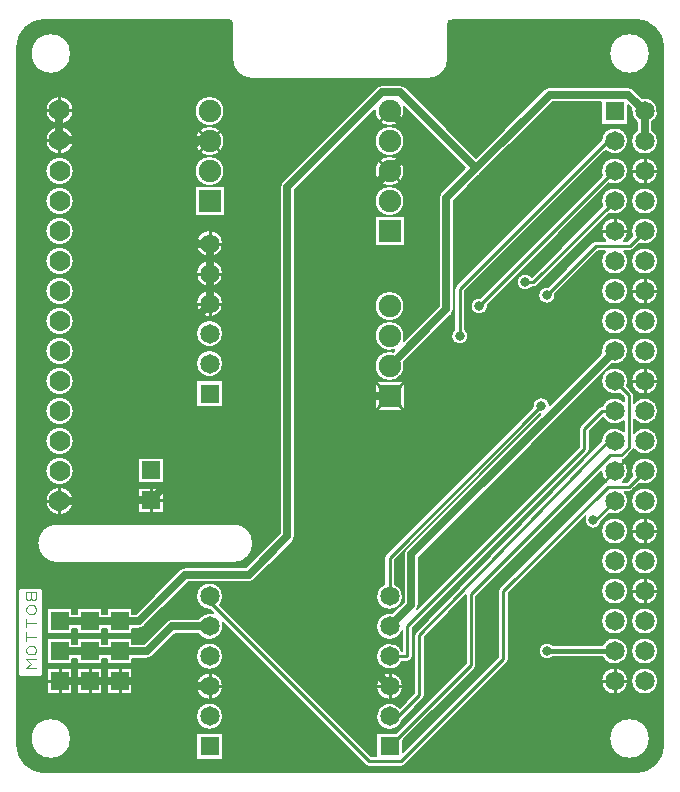
<source format=gbr>
G04 DesignSpark PCB PRO Gerber Version 10.1 Build 5299*
G04 #@! TF.Part,Single*
G04 #@! TF.FileFunction,Copper,L2,Bot*
G04 #@! TF.FilePolarity,Positive*
%FSLAX35Y35*%
%MOIN*%
G04 #@! TA.AperFunction,ComponentPad*
%ADD19R,0.06000X0.06000*%
%ADD14R,0.06496X0.06496*%
%ADD16R,0.07500X0.07500*%
G04 #@! TD.AperFunction*
%ADD13C,0.00450*%
%ADD70C,0.00500*%
%ADD11C,0.01000*%
%ADD71C,0.01500*%
%ADD10C,0.02500*%
G04 #@! TA.AperFunction,ViaPad*
%ADD12C,0.03200*%
G04 #@! TA.AperFunction,ComponentPad*
%ADD15C,0.06496*%
%ADD18C,0.06969*%
%ADD17C,0.07500*%
G04 #@! TD.AperFunction*
X0Y0D02*
D02*
D10*
X25250Y102003D02*
X40522D01*
Y102253D01*
X55772D01*
X25250Y222250D02*
X75025D01*
X75272Y222003D01*
X25250Y232250D02*
Y222250D01*
X25272Y62003D02*
X35272D01*
Y42003D02*
X45272D01*
X35272D02*
X25272D01*
X35272Y52003D02*
X25272D01*
X45272Y42003D02*
X60250D01*
Y40250D01*
X75272D01*
X45272Y52003D02*
X35272D01*
X45272Y62003D02*
X35272D01*
X45272D02*
X51812D01*
X67250Y77441D01*
X88441D01*
X101250Y90250D01*
Y206705D01*
X132728Y238183D01*
X138842D01*
X164022Y213003D01*
X75272Y60250D02*
X62769D01*
X54522Y52003D01*
X45272D01*
X75272Y167830D02*
X67144Y159702D01*
Y113625D01*
X55772Y102253D01*
X75272Y177830D02*
Y167830D01*
Y187830D02*
Y177830D01*
Y222003D02*
X71380D01*
X65250Y215874D01*
Y193959D01*
X71380Y187830D01*
X75272D01*
X129163Y137003D02*
Y118628D01*
X135272Y40250D02*
X129163Y46359D01*
Y118628D01*
X135272Y137003D02*
X129163D01*
X135272Y212003D02*
X129163Y205894D01*
Y137003D01*
X135272Y232003D02*
X141515Y225760D01*
Y218246D01*
X135272Y212003D01*
X164022Y213003D02*
X163470Y212451D01*
Y212346D01*
X188626Y237502D01*
X214773D01*
X220272Y232003D01*
X164022Y213003D02*
X154139Y203120D01*
Y165870D01*
X135272Y147003D01*
X210272Y152003D02*
X142467Y84198D01*
Y67445D01*
X135272Y60250D01*
X220272Y222003D02*
Y232003D01*
D02*
D11*
X22266Y102003D02*
X20266D01*
X22266Y222250D02*
X20266D01*
X22266Y232250D02*
X20266D01*
X22772Y42003D02*
X20772D01*
X25250Y99019D02*
Y97019D01*
Y104987D02*
Y106987D01*
Y219266D02*
Y217266D01*
Y225234D02*
Y227234D01*
Y229266D02*
Y227266D01*
Y235234D02*
Y237234D01*
X25272Y39503D02*
Y37503D01*
Y44503D02*
Y46503D01*
X27772Y42003D02*
X29772D01*
X28234Y102003D02*
X30234D01*
X28234Y222250D02*
X30234D01*
X28234Y232250D02*
X30234D01*
X32772Y42003D02*
X30772D01*
X35272Y39503D02*
Y37503D01*
Y44503D02*
Y46503D01*
X37772Y42003D02*
X39772D01*
X42772D02*
X40772D01*
X45272Y39503D02*
Y37503D01*
Y44503D02*
Y46503D01*
X47772Y42003D02*
X49772D01*
X53272Y102253D02*
X51272D01*
X55772Y99753D02*
Y97753D01*
Y104753D02*
Y106753D01*
X58272Y102253D02*
X60272D01*
X72524Y40250D02*
X70524D01*
X72524Y167830D02*
X70524D01*
X72524Y177830D02*
X70524D01*
X72524Y187830D02*
X70524D01*
X72974Y219705D02*
X71560Y218291D01*
X72974Y224301D02*
X71560Y225715D01*
X75272Y37502D02*
Y35502D01*
Y42998D02*
Y44998D01*
Y165082D02*
Y163082D01*
Y170578D02*
Y172578D01*
Y175082D02*
Y173082D01*
Y180578D02*
Y182578D01*
Y185082D02*
Y183082D01*
Y190578D02*
Y192578D01*
X77570Y219705D02*
X78984Y218291D01*
X77570Y224301D02*
X78984Y225715D01*
X78020Y40250D02*
X80020D01*
X78020Y167830D02*
X80020D01*
X78020Y177830D02*
X80020D01*
X78020Y187830D02*
X80020D01*
X131876Y133607D02*
X130022Y131753D01*
X131876Y140400D02*
X130022Y142253D01*
X132524Y40250D02*
X130524D01*
X132974Y209705D02*
X131560Y208291D01*
X132974Y214301D02*
X131560Y215715D01*
X132974Y229705D02*
X131560Y228291D01*
X135272Y20250D02*
X162434Y47412D01*
Y70881D01*
X208807Y117254D01*
X212432D01*
X215021Y119843D01*
Y137254D01*
X210272Y142003D01*
X135272Y37502D02*
Y35502D01*
Y42998D02*
Y44998D01*
Y70250D02*
Y83174D01*
X185833Y133735D01*
X137570Y209705D02*
X138984Y208291D01*
X137570Y214301D02*
X138984Y215715D01*
X137570Y229705D02*
X138984Y228291D01*
X138020Y40250D02*
X140020D01*
X138669Y133607D02*
X140522Y131753D01*
X138669Y140400D02*
X140522Y142253D01*
X207524Y42003D02*
X205524D01*
X207524Y192003D02*
X205524D01*
X208329Y110060D02*
X206915Y108646D01*
X210272Y39255D02*
Y37255D01*
Y44751D02*
Y46751D01*
Y102003D02*
X203869Y95600D01*
X203110D01*
X210272Y122003D02*
Y124250D01*
X145250Y57228D01*
Y37254D01*
X138246Y30250D01*
X135272D01*
X210272Y132003D02*
X206250D01*
X200250Y126003D01*
Y119250D01*
X141250Y60250D01*
Y50250D01*
X135272D01*
X210272Y194751D02*
Y196751D01*
Y202003D02*
X183242Y174973D01*
X180460D01*
X210272Y212003D02*
X210180D01*
X165180Y167003D01*
X210272Y222003D02*
Y224253D01*
X158661Y172642D01*
Y157003D01*
X212215Y113946D02*
X213630Y115361D01*
X213020Y42003D02*
X215020D01*
X213020Y192003D02*
X215020D01*
X217524Y72003D02*
X215524D01*
X217524Y92003D02*
X215524D01*
X217524Y142003D02*
X215524D01*
X217524Y172003D02*
X215524D01*
X217524Y212003D02*
X215524D01*
X220272Y69255D02*
Y67255D01*
Y74751D02*
Y76751D01*
Y89255D02*
Y87255D01*
Y94751D02*
Y96751D01*
Y112003D02*
X215021Y106752D01*
X207931D01*
X173203Y72024D01*
Y49219D01*
X139235Y15250D01*
X128268D01*
X75272Y68246D01*
Y70250D01*
X220272Y139255D02*
Y137255D01*
Y144751D02*
Y146751D01*
Y169255D02*
Y167255D01*
Y174751D02*
Y176751D01*
Y192003D02*
X215272Y187003D01*
X204122D01*
X187675Y170557D01*
X220272Y209255D02*
Y207255D01*
Y214751D02*
Y216751D01*
X223020Y72003D02*
X225020D01*
X223020Y92003D02*
X225020D01*
X223020Y142003D02*
X225020D01*
X223020Y172003D02*
X225020D01*
X223020Y212003D02*
X225020D01*
D02*
D12*
X158661Y157003D03*
X165180Y167003D03*
X180460Y174973D03*
X185833Y133735D03*
X187675Y170557D03*
X187772Y52003D03*
X203110Y95600D03*
D02*
D13*
X15804Y69719D02*
X16085Y69157D01*
X16647Y68875D01*
X17209Y69157D01*
X17491Y69719D01*
Y71688D01*
X14116D01*
Y69719D01*
X14397Y69157D01*
X14959Y68875D01*
X15522Y69157D01*
X15804Y69719D01*
Y71688D01*
X16366Y67188D02*
X15241D01*
X14678Y66907D01*
X14397Y66625D01*
X14116Y66063D01*
Y65500D01*
X14397Y64938D01*
X14678Y64657D01*
X15241Y64375D01*
X16366D01*
X16928Y64657D01*
X17209Y64938D01*
X17491Y65500D01*
Y66063D01*
X17209Y66625D01*
X16928Y66907D01*
X16366Y67188D01*
X17491Y61281D02*
X14116D01*
Y62688D02*
Y59875D01*
X17491Y56781D02*
X14116D01*
Y58188D02*
Y55375D01*
X16366Y53688D02*
X15241D01*
X14678Y53407D01*
X14397Y53125D01*
X14116Y52563D01*
Y52000D01*
X14397Y51438D01*
X14678Y51157D01*
X15241Y50875D01*
X16366D01*
X16928Y51157D01*
X17209Y51438D01*
X17491Y52000D01*
Y52563D01*
X17209Y53125D01*
X16928Y53407D01*
X16366Y53688D01*
X17491Y49188D02*
X14116D01*
X15804Y47781D01*
X14116Y46375D01*
X17491D01*
D02*
D14*
X75272Y20250D03*
Y137830D03*
X135272Y20250D03*
X210272Y232003D03*
D02*
D15*
X75272Y30250D03*
Y40250D03*
Y50250D03*
Y60250D03*
Y70250D03*
Y147830D03*
Y157830D03*
Y167830D03*
Y177830D03*
Y187830D03*
X135272Y30250D03*
Y40250D03*
Y50250D03*
Y60250D03*
Y70250D03*
X210272Y42003D03*
Y52003D03*
Y62003D03*
Y72003D03*
Y82003D03*
Y92003D03*
Y102003D03*
Y112003D03*
Y122003D03*
Y132003D03*
Y142003D03*
Y152003D03*
Y162003D03*
Y172003D03*
Y182003D03*
Y192003D03*
Y202003D03*
Y212003D03*
Y222003D03*
X220272Y42003D03*
Y52003D03*
Y62003D03*
Y72003D03*
Y82003D03*
Y92003D03*
Y102003D03*
Y112003D03*
Y122003D03*
Y132003D03*
Y142003D03*
Y152003D03*
Y162003D03*
Y172003D03*
Y182003D03*
Y192003D03*
Y202003D03*
Y212003D03*
Y222003D03*
Y232003D03*
D02*
D16*
X75272Y202003D03*
X135272Y137003D03*
Y192003D03*
D02*
D17*
X75272Y212003D03*
Y222003D03*
Y232003D03*
X135272Y147003D03*
Y157003D03*
Y167003D03*
Y202003D03*
Y212003D03*
Y222003D03*
Y232003D03*
D02*
D18*
X25250Y102003D03*
Y222250D03*
Y232250D03*
X25272Y112003D03*
Y122003D03*
Y132003D03*
Y142003D03*
Y152003D03*
Y162003D03*
Y172003D03*
Y182003D03*
Y192003D03*
Y202003D03*
Y212003D03*
D02*
D19*
Y42003D03*
Y52003D03*
Y62003D03*
X35272Y42003D03*
Y52003D03*
Y62003D03*
X45272Y42003D03*
Y52003D03*
Y62003D03*
X55772Y102253D03*
Y112253D03*
D02*
D70*
X139770Y22273D02*
Y18260D01*
X171453Y49943D01*
Y72024D01*
G75*
G02*
X171966Y73262I1750J0D01*
G01*
X206693Y107989D01*
G75*
G02*
X207512Y108451I1237J-1237D01*
G01*
G75*
G02*
X205781Y111753I2760J3552D01*
G01*
X164184Y70156D01*
Y47412D01*
G75*
G02*
X163671Y46174I-1750J0D01*
G01*
X139770Y22273D01*
G36*
X139770Y22273D02*
Y18260D01*
X171453Y49943D01*
Y72024D01*
G75*
G02*
X171966Y73262I1750J0D01*
G01*
X206693Y107989D01*
G75*
G02*
X207512Y108451I1237J-1237D01*
G01*
G75*
G02*
X205781Y111753I2760J3552D01*
G01*
X164184Y70156D01*
Y47412D01*
G75*
G02*
X163671Y46174I-1750J0D01*
G01*
X139770Y22273D01*
G37*
X226552Y253145D02*
G75*
G03*
X217241Y262456I-9311J0D01*
G01*
X156217D01*
G75*
G03*
X154780Y261019I0J-1437D01*
G01*
Y249208D01*
G75*
G02*
X148343Y242771I-6437J0D01*
G01*
X89288D01*
G75*
G02*
X82851Y249208I0J6437D01*
G01*
Y261019D01*
G75*
G03*
X81414Y262456I-1437J0D01*
G01*
X20390D01*
G75*
G03*
X11079Y253145I0J-9311D01*
G01*
Y20861D01*
G75*
G03*
X20390Y11550I9311J0D01*
G01*
X217241D01*
G75*
G03*
X226552Y20861I0J9311D01*
G01*
Y253145D01*
X208510Y251176D02*
G75*
G02*
X222034I6762J0D01*
G01*
G75*
G02*
X208510I-6762J0D01*
G01*
X51522Y106503D02*
X60022D01*
Y98003D01*
X51522D01*
Y106503D01*
Y116503D02*
X60022D01*
Y108003D01*
X51522D01*
Y116503D01*
X70272Y207003D02*
X80272D01*
Y197003D01*
X70272D01*
Y207003D01*
Y212003D02*
G75*
G02*
X80272I5000J0D01*
G01*
G75*
G02*
X70272I-5000J0D01*
G01*
Y222003D02*
G75*
G02*
X80272I5000J0D01*
G01*
G75*
G02*
X70272I-5000J0D01*
G01*
Y232003D02*
G75*
G02*
X80272I5000J0D01*
G01*
G75*
G02*
X70272I-5000J0D01*
G01*
X70774Y142328D02*
X79770D01*
Y133332D01*
X70774D01*
Y142328D01*
Y147830D02*
G75*
G02*
X79770I4498J0D01*
G01*
G75*
G02*
X70774I-4498J0D01*
G01*
Y157830D02*
G75*
G02*
X79770I4498J0D01*
G01*
G75*
G02*
X70774I-4498J0D01*
G01*
Y167830D02*
G75*
G02*
X79770I4498J0D01*
G01*
G75*
G02*
X70774I-4498J0D01*
G01*
Y177830D02*
G75*
G02*
X79770I4498J0D01*
G01*
G75*
G02*
X70774I-4498J0D01*
G01*
Y187830D02*
G75*
G02*
X79770I4498J0D01*
G01*
G75*
G02*
X70774I-4498J0D01*
G01*
X18559Y73163D02*
G75*
G02*
X19809Y71913I0J-1250D01*
G01*
Y44464D01*
G75*
G02*
X18559Y43214I-1250J0D01*
G01*
X12709D01*
G75*
G02*
X11459Y44464I0J1250D01*
G01*
Y71913D01*
G75*
G02*
X12709Y73163I1250J0D01*
G01*
X18559D01*
X15597Y22830D02*
G75*
G02*
X29120I6762J0D01*
G01*
G75*
G02*
X15597I-6762J0D01*
G01*
Y251176D02*
G75*
G02*
X29120I6762J0D01*
G01*
G75*
G02*
X15597I-6762J0D01*
G01*
X83382Y94503D02*
G75*
G02*
X89819Y88066I0J-6437D01*
G01*
Y87791D01*
G75*
G02*
X83382Y81354I-6437J0D01*
G01*
X24327D01*
G75*
G02*
X17890Y87791I0J6437D01*
G01*
Y88066D01*
G75*
G02*
X24327Y94503I6437J0D01*
G01*
X83382D01*
X21022Y46253D02*
X29522D01*
Y37753D01*
X21022D01*
Y46253D01*
X216771Y134827D02*
G75*
G02*
X224770Y132003I3501J-2824D01*
G01*
G75*
G02*
X216771Y129179I-4498J0D01*
G01*
Y124827D01*
G75*
G02*
X224770Y122003I3501J-2824D01*
G01*
G75*
G02*
X216682Y119293I-4498J0D01*
G01*
G75*
G02*
X216258Y118606I-1661J550D01*
G01*
X213670Y116017D01*
G75*
G02*
X212982Y115593I-1238J1237D01*
G01*
G75*
G02*
X213096Y108502I-2710J-3590D01*
G01*
X214296D01*
X216105Y110311D01*
G75*
G02*
X215774Y112003I4167J1693D01*
G01*
G75*
G02*
X224770I4498J0D01*
G01*
G75*
G02*
X218580Y107836I-4498J0D01*
G01*
X216258Y105515D01*
G75*
G02*
X215020Y105002I-1237J1237D01*
G01*
X213624D01*
G75*
G02*
X208580Y97836I-3352J-2999D01*
G01*
X205930Y95186D01*
G75*
G02*
X200260Y95600I-2820J414D01*
G01*
G75*
G02*
X200596Y96942I2850J0D01*
G01*
X174953Y71300D01*
Y49219D01*
G75*
G02*
X174441Y47981I-1750J0D01*
G01*
X140472Y14013D01*
G75*
G02*
X139234Y13500I-1237J1237D01*
G01*
X128269D01*
G75*
G02*
X127030Y14013I-1J1750D01*
G01*
X79613Y61430D01*
G75*
G02*
X71533Y57750I-4341J-1180D01*
G01*
X63804D01*
X56290Y50235D01*
G75*
G02*
X54520Y49503I-1768J1768D01*
G01*
X49522D01*
Y47753D01*
X41022D01*
Y49503D01*
X39522D01*
Y47753D01*
X31022D01*
Y49503D01*
X29522D01*
Y47753D01*
X21022D01*
Y56253D01*
X29522D01*
Y54503D01*
X31022D01*
Y56253D01*
X39522D01*
Y54503D01*
X41022D01*
Y56253D01*
X49522D01*
Y54503D01*
X53487D01*
X61001Y62018D01*
G75*
G02*
X62771Y62750I1768J-1768D01*
G01*
X71533D01*
G75*
G02*
X76452Y64591I3739J-2500D01*
G01*
X75291Y65752D01*
G75*
G02*
X70774Y70250I-19J4498D01*
G01*
G75*
G02*
X79770I4498J0D01*
G01*
G75*
G02*
X78679Y67313I-4498J0D01*
G01*
X128993Y17000D01*
X130774D01*
Y24747D01*
X137294D01*
X160684Y48137D01*
Y70623D01*
X147000Y56519D01*
Y37254D01*
G75*
G02*
X146487Y36017I-1750J0D01*
G01*
X139638Y29167D01*
G75*
G02*
X130774Y30250I-4366J1083D01*
G01*
G75*
G02*
X138692Y33171I4498J0D01*
G01*
X143500Y37979D01*
Y57228D01*
G75*
G02*
X143994Y58446I1750J0D01*
G01*
X205776Y122129D01*
G75*
G02*
X213271Y125356I4496J-126D01*
G01*
Y128651D01*
G75*
G02*
X206413Y129692I-2999J3352D01*
G01*
X202000Y125278D01*
Y119250D01*
G75*
G02*
X201487Y118013I-1750J0D01*
G01*
X143000Y59525D01*
Y50250D01*
G75*
G02*
X141250Y48500I-1750J0D01*
G01*
X139416D01*
G75*
G02*
X130774Y50250I-4144J1750D01*
G01*
G75*
G02*
X139416Y52000I4498J0D01*
G01*
X139500D01*
Y58715D01*
G75*
G02*
X130774Y60250I-4228J1535D01*
G01*
G75*
G02*
X136148Y64662I4498J0D01*
G01*
X139967Y68480D01*
Y84198D01*
G75*
G02*
X140699Y85966I2500J0D01*
G01*
X185626Y130892D01*
G75*
G02*
X185480Y130907I211J2844D01*
G01*
X137022Y82449D01*
Y74394D01*
G75*
G02*
X139770Y70250I-1750J-4144D01*
G01*
G75*
G02*
X130774I-4498J0D01*
G01*
G75*
G02*
X133522Y74394I4498J0D01*
G01*
Y83174D01*
G75*
G02*
X134035Y84411I1750J0D01*
G01*
X183005Y133381D01*
G75*
G02*
X182983Y133735I2828J354D01*
G01*
G75*
G02*
X188676Y133942I2850J0D01*
G01*
X205860Y151127D01*
G75*
G02*
X205774Y152003I4412J876D01*
G01*
G75*
G02*
X214770I4498J0D01*
G01*
G75*
G02*
X209396Y147591I-4498J0D01*
G01*
X144967Y83163D01*
Y67445D01*
G75*
G02*
X144457Y65932I-2500J0D01*
G01*
X198500Y119975D01*
Y126003D01*
G75*
G02*
X199013Y127241I1750J0D01*
G01*
X205013Y133241D01*
G75*
G02*
X206126Y133749I1237J-1237D01*
G01*
G75*
G02*
X213271Y135356I4146J-1746D01*
G01*
Y136530D01*
X211965Y137836D01*
G75*
G02*
X205774Y142003I-1693J4167D01*
G01*
G75*
G02*
X214770I4498J0D01*
G01*
G75*
G02*
X214439Y140311I-4498J0D01*
G01*
X216258Y138492D01*
G75*
G02*
X216771Y137254I-1237J-1237D01*
G01*
Y134827D01*
X215774Y42003D02*
G75*
G02*
X224770I4498J0D01*
G01*
G75*
G02*
X215774I-4498J0D01*
G01*
Y52003D02*
G75*
G02*
X224770I4498J0D01*
G01*
G75*
G02*
X215774I-4498J0D01*
G01*
Y62003D02*
G75*
G02*
X224770I4498J0D01*
G01*
G75*
G02*
X215774I-4498J0D01*
G01*
Y72003D02*
G75*
G02*
X224770I4498J0D01*
G01*
G75*
G02*
X215774I-4498J0D01*
G01*
Y82003D02*
G75*
G02*
X224770I4498J0D01*
G01*
G75*
G02*
X215774I-4498J0D01*
G01*
Y92003D02*
G75*
G02*
X224770I4498J0D01*
G01*
G75*
G02*
X215774I-4498J0D01*
G01*
Y102003D02*
G75*
G02*
X224770I4498J0D01*
G01*
G75*
G02*
X215774I-4498J0D01*
G01*
X205774Y62003D02*
G75*
G02*
X214770I4498J0D01*
G01*
G75*
G02*
X205774I-4498J0D01*
G01*
Y72003D02*
G75*
G02*
X214770I4498J0D01*
G01*
G75*
G02*
X205774I-4498J0D01*
G01*
Y82003D02*
G75*
G02*
X214770I4498J0D01*
G01*
G75*
G02*
X205774I-4498J0D01*
G01*
Y92003D02*
G75*
G02*
X214770I4498J0D01*
G01*
G75*
G02*
X205774I-4498J0D01*
G01*
X206243Y54003D02*
G75*
G02*
X214770Y52003I4029J-2000D01*
G01*
G75*
G02*
X206243Y50003I-4498J0D01*
G01*
X189802D01*
G75*
G02*
X184922Y52003I-2030J2000D01*
G01*
G75*
G02*
X189802Y54003I2850J0D01*
G01*
X206243D01*
X205774Y42003D02*
G75*
G02*
X214770I4498J0D01*
G01*
G75*
G02*
X205774I-4498J0D01*
G01*
X208510Y22830D02*
G75*
G02*
X222034I6762J0D01*
G01*
G75*
G02*
X208510I-6762J0D01*
G01*
X70774Y24747D02*
X79770D01*
Y15751D01*
X70774D01*
Y24747D01*
Y30250D02*
G75*
G02*
X79770I4498J0D01*
G01*
G75*
G02*
X70774I-4498J0D01*
G01*
Y40250D02*
G75*
G02*
X79770I4498J0D01*
G01*
G75*
G02*
X70774I-4498J0D01*
G01*
Y50250D02*
G75*
G02*
X79770I4498J0D01*
G01*
G75*
G02*
X70774I-4498J0D01*
G01*
X41022Y46253D02*
X49522D01*
Y37753D01*
X41022D01*
Y46253D01*
X31022D02*
X39522D01*
Y37753D01*
X31022D01*
Y46253D01*
X219396Y236415D02*
G75*
G02*
X222772Y228264I876J-4412D01*
G01*
Y225743D01*
G75*
G02*
X224770Y222003I-2500J-3739D01*
G01*
G75*
G02*
X215774I-4498J0D01*
G01*
G75*
G02*
X217772Y225743I4498J0D01*
G01*
Y228264D01*
G75*
G02*
X215860Y232880I2500J3739D01*
G01*
X214770Y233970D01*
Y227505D01*
X205774D01*
Y235002D01*
X189661D01*
X165238Y210578D01*
G75*
G02*
X164757Y210203I-1767J1767D01*
G01*
X156639Y202085D01*
Y165870D01*
G75*
G02*
X155907Y164102I-2500J0D01*
G01*
X140102Y148297D01*
G75*
G02*
X135272Y142003I-4830J-1294D01*
G01*
G75*
G02*
Y152003I0J5000D01*
G01*
G75*
G02*
X136566Y151833I0J-5000D01*
G01*
X137072Y152338D01*
G75*
G02*
X130272Y157003I-1800J4665D01*
G01*
G75*
G02*
X140272I5000J0D01*
G01*
G75*
G02*
X139937Y155204I-5000J0D01*
G01*
X151639Y166906D01*
Y203120D01*
G75*
G02*
X152371Y204888I2500J0D01*
G01*
X160487Y213003D01*
X140066Y233424D01*
G75*
G02*
X135272Y227003I-4794J-1420D01*
G01*
G75*
G02*
X130272Y232003I0J5000D01*
G01*
G75*
G02*
X130276Y232195I4999J4D01*
G01*
X103750Y205669D01*
Y90250D01*
G75*
G02*
X103018Y88482I-2500J0D01*
G01*
X90209Y75673D01*
G75*
G02*
X88439Y74941I-1768J1768D01*
G01*
X68285D01*
X53580Y60235D01*
G75*
G02*
X51810Y59503I-1768J1768D01*
G01*
X49522D01*
Y57753D01*
X41022D01*
Y59503D01*
X39522D01*
Y57753D01*
X31022D01*
Y59503D01*
X29522D01*
Y57753D01*
X21022D01*
Y66253D01*
X29522D01*
Y64503D01*
X31022D01*
Y66253D01*
X39522D01*
Y64503D01*
X41022D01*
Y66253D01*
X49522D01*
Y64503D01*
X50777D01*
X65482Y79209D01*
G75*
G02*
X67252Y79941I1768J-1768D01*
G01*
X87406D01*
X98750Y91285D01*
Y206705D01*
G75*
G02*
X99482Y208472I2500J0D01*
G01*
X130961Y239951D01*
G75*
G02*
X132731Y240683I1768J-1768D01*
G01*
X138840D01*
G75*
G02*
X140610Y239951I2J-2500D01*
G01*
X164075Y216486D01*
X186858Y239270D01*
G75*
G02*
X188628Y240002I1768J-1768D01*
G01*
X214771D01*
G75*
G02*
X216541Y239270I2J-2500D01*
G01*
X219396Y236415D01*
X130272Y142003D02*
X140272D01*
Y132003D01*
X130272D01*
Y142003D01*
Y167003D02*
G75*
G02*
X140272I5000J0D01*
G01*
G75*
G02*
X130272I-5000J0D01*
G01*
Y222003D02*
G75*
G02*
X140272I5000J0D01*
G01*
G75*
G02*
X130272I-5000J0D01*
G01*
Y212003D02*
G75*
G02*
X140272I5000J0D01*
G01*
G75*
G02*
X130272I-5000J0D01*
G01*
Y202003D02*
G75*
G02*
X140272I5000J0D01*
G01*
G75*
G02*
X130272I-5000J0D01*
G01*
Y197003D02*
X140272D01*
Y187003D01*
X130272D01*
Y197003D01*
X215774Y192003D02*
G75*
G02*
X224770I4498J0D01*
G01*
G75*
G02*
X218580Y187836I-4498J0D01*
G01*
X216509Y185766D01*
G75*
G02*
X215271Y185253I-1237J1237D01*
G01*
X213381D01*
G75*
G02*
X214770Y182003I-3109J-3250D01*
G01*
G75*
G02*
X205774I-4498J0D01*
G01*
G75*
G02*
X207163Y185253I4498J0D01*
G01*
X204846D01*
X190503Y170910D01*
G75*
G02*
X190525Y170557I-2828J-354D01*
G01*
G75*
G02*
X184825I-2850J0D01*
G01*
G75*
G02*
X188028Y173385I2850J0D01*
G01*
X202884Y188241D01*
G75*
G02*
X204122Y188753I1237J-1237D01*
G01*
X207163D01*
G75*
G02*
X205774Y192003I3109J3250D01*
G01*
G75*
G02*
X214770I4498J0D01*
G01*
G75*
G02*
X213381Y188753I-4498J0D01*
G01*
X214547D01*
X216105Y190311D01*
G75*
G02*
X215774Y192003I4167J1693D01*
G01*
Y142003D02*
G75*
G02*
X224770I4498J0D01*
G01*
G75*
G02*
X215774I-4498J0D01*
G01*
Y152003D02*
G75*
G02*
X224770I4498J0D01*
G01*
G75*
G02*
X215774I-4498J0D01*
G01*
Y162003D02*
G75*
G02*
X224770I4498J0D01*
G01*
G75*
G02*
X215774I-4498J0D01*
G01*
Y172003D02*
G75*
G02*
X224770I4498J0D01*
G01*
G75*
G02*
X215774I-4498J0D01*
G01*
Y182003D02*
G75*
G02*
X224770I4498J0D01*
G01*
G75*
G02*
X215774I-4498J0D01*
G01*
X205774Y162003D02*
G75*
G02*
X214770I4498J0D01*
G01*
G75*
G02*
X205774I-4498J0D01*
G01*
Y172003D02*
G75*
G02*
X214770I4498J0D01*
G01*
G75*
G02*
X205774I-4498J0D01*
G01*
X215774Y202003D02*
G75*
G02*
X224770I4498J0D01*
G01*
G75*
G02*
X215774I-4498J0D01*
G01*
Y212003D02*
G75*
G02*
X224770I4498J0D01*
G01*
G75*
G02*
X215774I-4498J0D01*
G01*
X205780Y222236D02*
G75*
G02*
X214770Y222003I4492J-233D01*
G01*
G75*
G02*
X207206Y218712I-4498J0D01*
G01*
X160411Y171917D01*
Y159253D01*
G75*
G02*
X161511Y157003I-1750J-2250D01*
G01*
G75*
G02*
X155811I-2850J0D01*
G01*
G75*
G02*
X156911Y159253I2850J0D01*
G01*
Y172642D01*
G75*
G02*
X157424Y173880I1750J0D01*
G01*
X205780Y222236D01*
X205774Y212003D02*
G75*
G02*
X214770I4498J0D01*
G01*
G75*
G02*
X208514Y207863I-4498J0D01*
G01*
X168007Y167356D01*
G75*
G02*
X168030Y167003I-2828J-354D01*
G01*
G75*
G02*
X162330I-2850J0D01*
G01*
G75*
G02*
X165533Y169831I2850J0D01*
G01*
X206078Y210377D01*
G75*
G02*
X205774Y212003I4194J1626D01*
G01*
Y202003D02*
G75*
G02*
X214770I4498J0D01*
G01*
G75*
G02*
X208580Y197836I-4498J0D01*
G01*
X184479Y173735D01*
G75*
G02*
X183241Y173223I-1237J1237D01*
G01*
X182710D01*
G75*
G02*
X177610Y174973I-2250J1750D01*
G01*
G75*
G02*
X182623Y176829I2850J0D01*
G01*
X206105Y200311D01*
G75*
G02*
X205774Y202003I4167J1693D01*
G01*
X130774Y40250D02*
G75*
G02*
X139770I4498J0D01*
G01*
G75*
G02*
X130774I-4498J0D01*
G01*
X25250Y106737D02*
G75*
G02*
X29984Y102003I0J-4734D01*
G01*
G75*
G02*
X25250Y97269I-4734J0D01*
G01*
G75*
G02*
X20516Y102003I0J4734D01*
G01*
G75*
G02*
X25250Y106737I4734J0D01*
G01*
Y226984D02*
G75*
G02*
X29984Y222250I0J-4734D01*
G01*
G75*
G02*
X25250Y217516I-4734J0D01*
G01*
G75*
G02*
X20516Y222250I0J4734D01*
G01*
G75*
G02*
X25250Y226984I4734J0D01*
G01*
X25272Y116737D02*
G75*
G02*
X30006Y112003I0J-4734D01*
G01*
G75*
G02*
X25272Y107269I-4734J0D01*
G01*
G75*
G02*
X20538Y112003I0J4734D01*
G01*
G75*
G02*
X25272Y116737I4734J0D01*
G01*
Y126737D02*
G75*
G02*
X30006Y122003I0J-4734D01*
G01*
G75*
G02*
X25272Y117269I-4734J0D01*
G01*
G75*
G02*
X20538Y122003I0J4734D01*
G01*
G75*
G02*
X25272Y126737I4734J0D01*
G01*
Y136737D02*
G75*
G02*
X30006Y132003I0J-4734D01*
G01*
G75*
G02*
X25272Y127269I-4734J0D01*
G01*
G75*
G02*
X20538Y132003I0J4734D01*
G01*
G75*
G02*
X25272Y136737I4734J0D01*
G01*
Y146737D02*
G75*
G02*
X30006Y142003I0J-4734D01*
G01*
G75*
G02*
X25272Y137269I-4734J0D01*
G01*
G75*
G02*
X20538Y142003I0J4734D01*
G01*
G75*
G02*
X25272Y146737I4734J0D01*
G01*
Y156737D02*
G75*
G02*
X30006Y152003I0J-4734D01*
G01*
G75*
G02*
X25272Y147269I-4734J0D01*
G01*
G75*
G02*
X20538Y152003I0J4734D01*
G01*
G75*
G02*
X25272Y156737I4734J0D01*
G01*
Y166737D02*
G75*
G02*
X30006Y162003I0J-4734D01*
G01*
G75*
G02*
X25272Y157269I-4734J0D01*
G01*
G75*
G02*
X20538Y162003I0J4734D01*
G01*
G75*
G02*
X25272Y166737I4734J0D01*
G01*
Y176737D02*
G75*
G02*
X30006Y172003I0J-4734D01*
G01*
G75*
G02*
X25272Y167269I-4734J0D01*
G01*
G75*
G02*
X20538Y172003I0J4734D01*
G01*
G75*
G02*
X25272Y176737I4734J0D01*
G01*
Y186737D02*
G75*
G02*
X30006Y182003I0J-4734D01*
G01*
G75*
G02*
X25272Y177269I-4734J0D01*
G01*
G75*
G02*
X20538Y182003I0J4734D01*
G01*
G75*
G02*
X25272Y186737I4734J0D01*
G01*
Y196737D02*
G75*
G02*
X30006Y192003I0J-4734D01*
G01*
G75*
G02*
X25272Y187269I-4734J0D01*
G01*
G75*
G02*
X20538Y192003I0J4734D01*
G01*
G75*
G02*
X25272Y196737I4734J0D01*
G01*
Y206737D02*
G75*
G02*
X30006Y202003I0J-4734D01*
G01*
G75*
G02*
X25272Y197269I-4734J0D01*
G01*
G75*
G02*
X20538Y202003I0J4734D01*
G01*
G75*
G02*
X25272Y206737I4734J0D01*
G01*
Y216737D02*
G75*
G02*
X30006Y212003I0J-4734D01*
G01*
G75*
G02*
X25272Y207269I-4734J0D01*
G01*
G75*
G02*
X20538Y212003I0J4734D01*
G01*
G75*
G02*
X25272Y216737I4734J0D01*
G01*
X25250Y236984D02*
G75*
G02*
X29984Y232250I0J-4734D01*
G01*
G75*
G02*
X25250Y227516I-4734J0D01*
G01*
G75*
G02*
X20516Y232250I0J4734D01*
G01*
G75*
G02*
X25250Y236984I4734J0D01*
G01*
X11329Y22830D02*
G36*
X11329Y22830D02*
Y18719D01*
G75*
G03*
X18247Y11800I9061J2143D01*
G01*
X219383D01*
G75*
G03*
X226302Y18719I-2143J9061D01*
G01*
Y22830D01*
X222034D01*
G75*
G02*
X208510I-6762J0D01*
G01*
X149289D01*
X140472Y14013D01*
G75*
G02*
X139234Y13500I-1237J1237D01*
G01*
X128269D01*
G75*
G02*
X127030Y14013I-1J1750D01*
G01*
X118213Y22830D01*
X79770D01*
Y15751D01*
X70774D01*
Y22830D01*
X29120D01*
G75*
G02*
X15597I-6762J0D01*
G01*
X11329D01*
G37*
X123163D02*
G36*
X123163Y22830D02*
X128993Y17000D01*
X130774D01*
Y22830D01*
X123163D01*
G37*
X11329Y30250D02*
G36*
X11329Y30250D02*
Y22830D01*
X15597D01*
G75*
G02*
X29120I6762J0D01*
G01*
X70774D01*
Y24747D01*
X79770D01*
Y22830D01*
X118213D01*
X110793Y30250D01*
X79770D01*
G75*
G02*
X70774I-4498J0D01*
G01*
X11329D01*
G37*
X115743D02*
G36*
X115743Y30250D02*
X123163Y22830D01*
X130774D01*
Y24747D01*
X137294D01*
X142797Y30250D01*
X140720D01*
X139638Y29167D01*
G75*
G02*
X130774Y30250I-4366J1083D01*
G01*
X115743D01*
G37*
X156709D02*
G36*
X156709Y30250D02*
X149289Y22830D01*
X208510D01*
G75*
G02*
X222034I6762J0D01*
G01*
X226302D01*
Y30250D01*
X156709D01*
G37*
X11329Y42003D02*
G36*
X11329Y42003D02*
Y30250D01*
X70774D01*
G75*
G02*
X79770I4498J0D01*
G01*
X110793D01*
X99040Y42003D01*
X79414D01*
G75*
G02*
X79770Y40250I-4142J-1754D01*
G01*
G75*
G02*
X70774I-4498J0D01*
G01*
G75*
G02*
X71130Y42003I4498J0D01*
G01*
X49522D01*
Y37753D01*
X41022D01*
Y42003D01*
X39522D01*
Y37753D01*
X31022D01*
Y42003D01*
X29522D01*
Y37753D01*
X21022D01*
Y42003D01*
X11329D01*
G37*
X103989D02*
G36*
X103989Y42003D02*
X115743Y30250D01*
X130774D01*
G75*
G02*
X138692Y33171I4498J0D01*
G01*
X143500Y37979D01*
Y42003D01*
X139414D01*
G75*
G02*
X139770Y40250I-4142J-1754D01*
G01*
G75*
G02*
X130774I-4498J0D01*
G01*
G75*
G02*
X131130Y42003I4498J0D01*
G01*
X103989D01*
G37*
X140720Y30250D02*
G36*
X140720Y30250D02*
X142797D01*
X154550Y42003D01*
X147000D01*
Y37254D01*
G75*
G02*
X146487Y36017I-1748J-1D01*
G01*
X140720Y30250D01*
G37*
X168463Y42003D02*
G36*
X168463Y42003D02*
X156709Y30250D01*
X226302D01*
Y42003D01*
X224770D01*
G75*
G02*
X215774I-4498J0D01*
G01*
X214770D01*
G75*
G02*
X205774I-4498J0D01*
G01*
X168463D01*
G37*
X11329Y52003D02*
G36*
X11329Y52003D02*
Y42003D01*
X21022D01*
Y46253D01*
X29522D01*
Y42003D01*
X31022D01*
Y46253D01*
X39522D01*
Y42003D01*
X41022D01*
Y46253D01*
X49522D01*
Y42003D01*
X71130D01*
G75*
G02*
X79414I4142J-1753D01*
G01*
X99040D01*
X89040Y52003D01*
X79414D01*
G75*
G02*
X79770Y50250I-4142J-1754D01*
G01*
G75*
G02*
X70774I-4498J0D01*
G01*
G75*
G02*
X71130Y52003I4498J0D01*
G01*
X58057D01*
X56290Y50235D01*
G75*
G02*
X54520Y49503I-1767J1767D01*
G01*
X49522D01*
Y47753D01*
X41022D01*
Y49503D01*
X39522D01*
Y47753D01*
X31022D01*
Y49503D01*
X29522D01*
Y47753D01*
X21022D01*
Y52003D01*
X19809D01*
Y44464D01*
G75*
G02*
X18559Y43214I-1250J0D01*
G01*
X12709D01*
G75*
G02*
X11459Y44464I0J1250D01*
G01*
Y52003D01*
X11329D01*
G37*
X93989D02*
G36*
X93989Y52003D02*
X103989Y42003D01*
X131130D01*
G75*
G02*
X139414I4142J-1753D01*
G01*
X143500D01*
Y52003D01*
X143000D01*
Y50250D01*
G75*
G02*
X141250Y48500I-1750J0D01*
G01*
X139416D01*
G75*
G02*
X130774Y50250I-4144J1750D01*
G01*
G75*
G02*
X131130Y52003I4498J0D01*
G01*
X93989D01*
G37*
X139415D02*
G36*
X139415Y52003D02*
G75*
G02*
X139416Y52000I-4196J-1575D01*
G01*
X139500D01*
Y52003D01*
X139415D01*
G37*
X147000D02*
G36*
X147000Y52003D02*
Y42003D01*
X154550D01*
X160684Y48137D01*
Y52003D01*
X147000D01*
G37*
X174441Y47981D02*
G36*
X174441Y47981D02*
X168463Y42003D01*
X205774D01*
G75*
G02*
X214770I4498J0D01*
G01*
X215774D01*
G75*
G02*
X224770I4498J0D01*
G01*
X226302D01*
Y52003D01*
X224770D01*
G75*
G02*
X215774I-4498J0D01*
G01*
X214770D01*
G75*
G02*
X206243Y50003I-4498J0D01*
G01*
X189802D01*
G75*
G02*
X184922Y52003I-2030J2000D01*
G01*
X174953D01*
Y49219D01*
G75*
G02*
Y49218I-2051J0D01*
G01*
G75*
G02*
X174441Y47981I-1748J0D01*
G01*
G37*
X11329Y58188D02*
G36*
X11329Y58188D02*
Y52003D01*
X11459D01*
Y58188D01*
X11329D01*
G37*
X19809D02*
G36*
X19809Y58188D02*
Y52003D01*
X21022D01*
Y56253D01*
X29522D01*
Y54503D01*
X31022D01*
Y56253D01*
X39522D01*
Y54503D01*
X41022D01*
Y56253D01*
X49522D01*
Y54503D01*
X53487D01*
X57172Y58188D01*
X49522D01*
Y57753D01*
X41022D01*
Y58188D01*
X39522D01*
Y57753D01*
X31022D01*
Y58188D01*
X29522D01*
Y57753D01*
X21022D01*
Y58188D01*
X19809D01*
G37*
X63804Y57750D02*
G36*
X63804Y57750D02*
X58057Y52003D01*
X71130D01*
G75*
G02*
X79414I4142J-1753D01*
G01*
X89040D01*
X82855Y58188D01*
X79270D01*
G75*
G02*
X71533Y57750I-3998J2062D01*
G01*
X63804D01*
G37*
X87804Y58188D02*
G36*
X87804Y58188D02*
X93989Y52003D01*
X131130D01*
G75*
G02*
X139415I4143J-1753D01*
G01*
X139500D01*
Y58188D01*
X139270D01*
G75*
G02*
X131274I-3998J2062D01*
G01*
X87804D01*
G37*
X143000D02*
G36*
X143000Y58188D02*
Y52003D01*
X143500D01*
Y57228D01*
G75*
G02*
X143787Y58188I1751J0D01*
G01*
X143000D01*
G37*
X147000Y56519D02*
G36*
X147000Y56519D02*
Y52003D01*
X160684D01*
Y58188D01*
X148620D01*
X147000Y56519D01*
G37*
X174953Y58188D02*
G36*
X174953Y58188D02*
Y52003D01*
X184922D01*
G75*
G02*
X189802Y54003I2850J0D01*
G01*
X206243D01*
G75*
G02*
X214770Y52003I4029J-2000D01*
G01*
X215774D01*
G75*
G02*
X224770I4498J0D01*
G01*
X226302D01*
Y58188D01*
X222655D01*
G75*
G02*
X217889I-2383J3815D01*
G01*
X212655D01*
G75*
G02*
X207889I-2383J3815D01*
G01*
X174953D01*
G37*
X11329Y72003D02*
G36*
X11329Y72003D02*
Y58188D01*
X11459D01*
Y71913D01*
G75*
G02*
X11462Y72003I1250J2D01*
G01*
X11329D01*
G37*
X19809Y71913D02*
G36*
X19809Y71913D02*
Y58188D01*
X21022D01*
Y66253D01*
X29522D01*
Y64503D01*
X31022D01*
Y66253D01*
X39522D01*
Y64503D01*
X41022D01*
Y66253D01*
X49522D01*
Y64503D01*
X50777D01*
X58277Y72003D01*
X19806D01*
G75*
G02*
X19809Y71913I-1247J-89D01*
G01*
G37*
X29522Y59503D02*
G36*
X29522Y59503D02*
Y58188D01*
X31022D01*
Y59503D01*
X29522D01*
G37*
X39522D02*
G36*
X39522Y59503D02*
Y58188D01*
X41022D01*
Y59503D01*
X39522D01*
G37*
X49522D02*
G36*
X49522Y59503D02*
Y58188D01*
X57172D01*
X61001Y62018D01*
G75*
G02*
X62771Y62750I1767J-1767D01*
G01*
X71533D01*
G75*
G02*
X76452Y64591I3739J-2500D01*
G01*
X75291Y65752D01*
G75*
G02*
X70774Y70250I-19J4498D01*
G01*
Y70250D01*
G75*
G02*
X71130Y72003I4498J0D01*
G01*
X65348D01*
X53580Y60235D01*
G75*
G02*
X51810Y59503I-1767J1767D01*
G01*
X49522D01*
G37*
X79770Y70250D02*
G36*
X79770Y70250D02*
G75*
G02*
X78679Y67313I-4498J0D01*
G01*
X87804Y58188D01*
X131274D01*
G75*
G02*
X130774Y60250I3998J2062D01*
G01*
G75*
G02*
X136148Y64662I4498J0D01*
G01*
X139967Y68480D01*
Y72003D01*
X139414D01*
G75*
G02*
X139770Y70250I-4143J-1754D01*
G01*
G75*
G02*
X130774I-4498J0D01*
G01*
G75*
G02*
X131130Y72003I4498J0D01*
G01*
X79414D01*
G75*
G02*
X79770Y70250I-4142J-1754D01*
G01*
G37*
Y60250D02*
G36*
X79770Y60250D02*
G75*
G02*
X79270Y58188I-4498J0D01*
G01*
X82855D01*
X79613Y61430D01*
G75*
G02*
X79770Y60250I-4342J-1180D01*
G01*
G37*
X139270Y58188D02*
G36*
X139270Y58188D02*
X139500D01*
Y58715D01*
G75*
G02*
X139270Y58188I-4228J1535D01*
G01*
G37*
X143000Y59525D02*
G36*
X143000Y59525D02*
Y58188D01*
X143787D01*
G75*
G02*
X143994Y58446I1464J-961D01*
G01*
X157146Y72003D01*
X155478D01*
X143000Y59525D01*
G37*
X144967Y72003D02*
G36*
X144967Y72003D02*
Y67445D01*
Y67444D01*
G75*
G02*
X144457Y65932I-2499J0D01*
G01*
X150528Y72003D01*
X144967D01*
G37*
X148620Y58188D02*
G36*
X148620Y58188D02*
X160684D01*
Y70623D01*
X148620Y58188D01*
G37*
X174953Y71300D02*
G36*
X174953Y71300D02*
Y58188D01*
X207889D01*
G75*
G02*
X205774Y62003I2383J3815D01*
G01*
G75*
G02*
X214770I4498J0D01*
G01*
G75*
G02*
X212655Y58188I-4498J0D01*
G01*
X217889D01*
G75*
G02*
X215774Y62003I2383J3815D01*
G01*
G75*
G02*
X224770I4498J0D01*
G01*
G75*
G02*
X222655Y58188I-4498J0D01*
G01*
X226302D01*
Y72003D01*
X224770D01*
G75*
G02*
X215774I-4498J0D01*
G01*
X214770D01*
G75*
G02*
X205774I-4498J0D01*
G01*
X175657D01*
X174953Y71300D01*
G37*
X11329Y82003D02*
G36*
X11329Y82003D02*
Y72003D01*
X11462D01*
G75*
G02*
X12709Y73163I1247J-91D01*
G01*
X18559D01*
G75*
G02*
X19806Y72003I0J-1250D01*
G01*
X58277D01*
X65482Y79209D01*
G75*
G02*
X67252Y79941I1767J-1767D01*
G01*
X87406D01*
X89468Y82003D01*
X86200D01*
G75*
G02*
X83382Y81354I-2818J5788D01*
G01*
X24327D01*
G75*
G02*
X21509Y82003I0J6437D01*
G01*
X11329D01*
G37*
X68285Y74941D02*
G36*
X68285Y74941D02*
X65348Y72003D01*
X71130D01*
G75*
G02*
X79414I4142J-1753D01*
G01*
X131130D01*
G75*
G02*
X133522Y74394I4143J-1753D01*
G01*
Y82003D01*
X96539D01*
X90209Y75673D01*
G75*
G02*
X88439Y74941I-1767J1767D01*
G01*
X68285D01*
G37*
X137022Y82003D02*
G36*
X137022Y82003D02*
Y74394D01*
G75*
G02*
X139414Y72003I-1750J-4144D01*
G01*
X139967D01*
Y82003D01*
X137022D01*
G37*
X144967D02*
G36*
X144967Y82003D02*
Y72003D01*
X150528D01*
X160528Y82003D01*
X144967D01*
G37*
X155478Y72003D02*
G36*
X155478Y72003D02*
X157146D01*
X166848Y82003D01*
X165478D01*
X155478Y72003D01*
G37*
X185657Y82003D02*
G36*
X185657Y82003D02*
X175657Y72003D01*
X205774D01*
G75*
G02*
X214770I4498J0D01*
G01*
X215774D01*
G75*
G02*
X224770I4498J0D01*
G01*
X226302D01*
Y82003D01*
X224770D01*
G75*
G02*
X215774I-4498J0D01*
G01*
X214770D01*
G75*
G02*
X205774I-4498J0D01*
G01*
X185657D01*
G37*
X11329Y87928D02*
G36*
X11329Y87928D02*
Y82003D01*
X21509D01*
G75*
G02*
X17890Y87791I2818J5788D01*
G01*
Y87928D01*
X11329D01*
G37*
X86200Y82003D02*
G36*
X86200Y82003D02*
X89468D01*
X95393Y87928D01*
X89819D01*
Y87791D01*
G75*
G02*
X86200Y82003I-6437J0D01*
G01*
G37*
X102464Y87928D02*
G36*
X102464Y87928D02*
X96539Y82003D01*
X133522D01*
Y83174D01*
G75*
G02*
X134035Y84411I1748J1D01*
G01*
X137552Y87928D01*
X102464D01*
G37*
X137022Y82449D02*
G36*
X137022Y82449D02*
Y82003D01*
X139967D01*
Y84198D01*
G75*
G02*
Y84199I2820J0D01*
G01*
G75*
G02*
X140699Y85966I2498J0D01*
G01*
X142662Y87928D01*
X142502D01*
X137022Y82449D01*
G37*
X144967Y83163D02*
G36*
X144967Y83163D02*
Y82003D01*
X160528D01*
X166454Y87928D01*
X149733D01*
X144967Y83163D01*
G37*
X165478Y82003D02*
G36*
X165478Y82003D02*
X166848D01*
X172596Y87928D01*
X171403D01*
X165478Y82003D01*
G37*
X191582Y87928D02*
G36*
X191582Y87928D02*
X185657Y82003D01*
X205774D01*
G75*
G02*
X214770I4498J0D01*
G01*
X215774D01*
G75*
G02*
X224770I4498J0D01*
G01*
X226302D01*
Y87928D01*
X222177D01*
G75*
G02*
X218367I-1905J4075D01*
G01*
X212177D01*
G75*
G02*
X208367I-1905J4075D01*
G01*
X191582D01*
G37*
X11329Y102253D02*
G36*
X11329Y102253D02*
Y87928D01*
X17890D01*
Y88066D01*
G75*
G02*
X24327Y94503I6437J0D01*
G01*
X83382D01*
G75*
G02*
X89819Y88066I0J-6437D01*
G01*
Y87928D01*
X95393D01*
X98750Y91285D01*
Y102253D01*
X60022D01*
Y98003D01*
X51522D01*
Y102253D01*
X29978D01*
G75*
G02*
X29984Y102003I-4729J-252D01*
G01*
G75*
G02*
X25250Y97269I-4734J0D01*
G01*
G75*
G02*
X20516Y102003I0J4734D01*
G01*
G75*
G02*
X20522Y102253I4736J-2D01*
G01*
X11329D01*
G37*
X103018Y88482D02*
G36*
X103018Y88482D02*
X102464Y87928D01*
X137552D01*
X151877Y102253D01*
X103750D01*
Y90250D01*
G75*
G02*
Y90249I-2820J0D01*
G01*
G75*
G02*
X103018Y88482I-2498J0D01*
G01*
G37*
X142502Y87928D02*
G36*
X142502Y87928D02*
X142662D01*
X156987Y102253D01*
X156826D01*
X142502Y87928D01*
G37*
X164057Y102253D02*
G36*
X164057Y102253D02*
X149733Y87928D01*
X166454D01*
X180778Y102253D01*
X164057D01*
G37*
X171403Y87928D02*
G36*
X171403Y87928D02*
X172596D01*
X186493Y102253D01*
X185728D01*
X171403Y87928D01*
G37*
X200260Y95600D02*
G36*
X200260Y95600D02*
G75*
G02*
X200596Y96942I2856J-2D01*
G01*
X191582Y87928D01*
X208367D01*
G75*
G02*
X205774Y92003I1905J4075D01*
G01*
G75*
G02*
X214770I4498J0D01*
G01*
G75*
G02*
X212177Y87928I-4498J0D01*
G01*
X218367D01*
G75*
G02*
X215774Y92003I1905J4075D01*
G01*
G75*
G02*
X224770I4498J0D01*
G01*
G75*
G02*
X222177Y87928I-4498J0D01*
G01*
X226302D01*
Y102253D01*
X224763D01*
G75*
G02*
X224770Y102003I-4491J-252D01*
G01*
G75*
G02*
X215774I-4498J0D01*
G01*
G75*
G02*
X215781Y102253I4498J-2D01*
G01*
X214763D01*
G75*
G02*
X214770Y102003I-4493J-245D01*
G01*
G75*
G02*
X208580Y97836I-4498J0D01*
G01*
X205930Y95186D01*
G75*
G02*
X200260Y95600I-2820J414D01*
G01*
G37*
X11329Y112253D02*
G36*
X11329Y112253D02*
Y102253D01*
X20522D01*
G75*
G02*
X25250Y106737I4728J-250D01*
G01*
G75*
G02*
X29978Y102253I0J-4734D01*
G01*
X51522D01*
Y106503D01*
X60022D01*
Y102253D01*
X98750D01*
Y112253D01*
X60022D01*
Y108003D01*
X51522D01*
Y112253D01*
X30000D01*
G75*
G02*
X30006Y112003I-4729J-252D01*
G01*
G75*
G02*
X25272Y107269I-4734J0D01*
G01*
G75*
G02*
X20538Y112003I0J4734D01*
G01*
G75*
G02*
X20544Y112253I4736J-2D01*
G01*
X11329D01*
G37*
X103750D02*
G36*
X103750Y112253D02*
Y102253D01*
X151877D01*
X161877Y112253D01*
X103750D01*
G37*
X156826Y102253D02*
G36*
X156826Y102253D02*
X156987D01*
X166987Y112253D01*
X166826D01*
X156826Y102253D01*
G37*
X174057Y112253D02*
G36*
X174057Y112253D02*
X164057Y102253D01*
X180778D01*
X190778Y112253D01*
X174057D01*
G37*
X185728Y102253D02*
G36*
X185728Y102253D02*
X186493D01*
X196195Y112253D01*
X195728D01*
X185728Y102253D01*
G37*
X213096Y108502D02*
G36*
X213096Y108502D02*
X214296D01*
X216105Y110311D01*
G75*
G02*
X215774Y112003I4167J1693D01*
G01*
G75*
G02*
X215781Y112253I4498J-2D01*
G01*
X214763D01*
G75*
G02*
X214770Y112003I-4490J-245D01*
G01*
G75*
G02*
X213096Y108502I-4498J0D01*
G01*
G37*
X213624Y105002D02*
G36*
X213624Y105002D02*
G75*
G02*
X214763Y102253I-3352J-2999D01*
G01*
X215781D01*
G75*
G02*
X224763I4491J-250D01*
G01*
X226302D01*
Y112253D01*
X224763D01*
G75*
G02*
X224770Y112003I-4491J-252D01*
G01*
G75*
G02*
X218580Y107836I-4498J0D01*
G01*
X216258Y105515D01*
G75*
G02*
X215020Y105002I-1237J1237D01*
G01*
X213624D01*
G37*
X11329Y122003D02*
G36*
X11329Y122003D02*
Y112253D01*
X20544D01*
G75*
G02*
X25272Y116737I4728J-250D01*
G01*
G75*
G02*
X30000Y112253I0J-4734D01*
G01*
X51522D01*
Y116503D01*
X60022D01*
Y112253D01*
X98750D01*
Y122003D01*
X30006D01*
G75*
G02*
X25272Y117269I-4734J0D01*
G01*
G75*
G02*
X20538Y122003I0J4734D01*
G01*
X11329D01*
G37*
X103750D02*
G36*
X103750Y122003D02*
Y112253D01*
X161877D01*
X171627Y122003D01*
X103750D01*
G37*
X166826Y112253D02*
G36*
X166826Y112253D02*
X166987D01*
X176737Y122003D01*
X176576D01*
X166826Y112253D01*
G37*
X183807Y122003D02*
G36*
X183807Y122003D02*
X174057Y112253D01*
X190778D01*
X198500Y119975D01*
Y122003D01*
X183807D01*
G37*
X195728Y112253D02*
G36*
X195728Y112253D02*
X196195D01*
X205654Y122003D01*
X202000D01*
Y119250D01*
G75*
G02*
Y119249I-2051J0D01*
G01*
G75*
G02*
X201487Y118013I-1748J0D01*
G01*
X195728Y112253D01*
G37*
X213670Y116017D02*
G36*
X213670Y116017D02*
G75*
G02*
X212982Y115593I-1235J1233D01*
G01*
G75*
G02*
X214763Y112253I-2710J-3590D01*
G01*
X215781D01*
G75*
G02*
X224763I4491J-250D01*
G01*
X226302D01*
Y122003D01*
X224770D01*
G75*
G02*
X216682Y119293I-4498J0D01*
G01*
G75*
G02*
X216258Y118606I-1657J548D01*
G01*
X213670Y116017D01*
G37*
X11329Y132003D02*
G36*
X11329Y132003D02*
Y122003D01*
X20538D01*
G75*
G02*
X25272Y126737I4734J0D01*
G01*
G75*
G02*
X30006Y122003I0J-4734D01*
G01*
X98750D01*
Y132003D01*
X30006D01*
G75*
G02*
X25272Y127269I-4734J0D01*
G01*
G75*
G02*
X20538Y132003I0J4734D01*
G01*
X11329D01*
G37*
X103750D02*
G36*
X103750Y132003D02*
Y122003D01*
X171627D01*
X181627Y132003D01*
X140272D01*
X130272D01*
X103750D01*
G37*
X176576Y122003D02*
G36*
X176576Y122003D02*
X176737D01*
X185626Y130892D01*
G75*
G02*
X185480Y130907I199J2729D01*
G01*
X176576Y122003D01*
G37*
X193807Y132003D02*
G36*
X193807Y132003D02*
X183807Y122003D01*
X198500D01*
Y126003D01*
G75*
G02*
Y126004I2051J0D01*
G01*
G75*
G02*
X199013Y127241I1748J0D01*
G01*
X203775Y132003D01*
X193807D01*
G37*
X202000Y125278D02*
G36*
X202000Y125278D02*
Y122003D01*
X205654D01*
X205776Y122129D01*
G75*
G02*
X213271Y125356I4496J-126D01*
G01*
Y128651D01*
G75*
G02*
X206413Y129692I-2999J3353D01*
G01*
X202000Y125278D01*
G37*
X216771Y129179D02*
G36*
X216771Y129179D02*
Y124827D01*
G75*
G02*
X224770Y122004I3501J-2824D01*
G01*
Y122003D01*
X226302D01*
Y132003D01*
X224770D01*
Y132003D01*
G75*
G02*
X216771Y129179I-4498J0D01*
G01*
G37*
X11329Y137830D02*
G36*
X11329Y137830D02*
Y132003D01*
X20538D01*
G75*
G02*
X25272Y136737I4734J0D01*
G01*
G75*
G02*
X30006Y132003I0J-4734D01*
G01*
X98750D01*
Y137830D01*
X79770D01*
Y133332D01*
X70774D01*
Y137830D01*
X27507D01*
G75*
G02*
X25272Y137269I-2235J4173D01*
G01*
G75*
G02*
X23037Y137830I0J4734D01*
G01*
X11329D01*
G37*
X103750D02*
G36*
X103750Y137830D02*
Y132003D01*
X130272D01*
Y137830D01*
X103750D01*
G37*
X140272D02*
G36*
X140272Y137830D02*
Y132003D01*
X181627D01*
X183005Y133381D01*
G75*
G02*
X182983Y133735I2820J353D01*
G01*
G75*
G02*
X188676Y133942I2850J0D01*
G01*
X192563Y137830D01*
X140272D01*
G37*
X199634D02*
G36*
X199634Y137830D02*
X193807Y132003D01*
X203775D01*
X205013Y133241D01*
G75*
G02*
X206126Y133749I1237J-1237D01*
G01*
G75*
G02*
X213271Y135356I4146J-1746D01*
G01*
Y136530D01*
X211970Y137830D01*
X211950D01*
G75*
G02*
X208594I-1678J4174D01*
G01*
X199634D01*
G37*
X216771Y137254D02*
G36*
X216771Y137254D02*
Y134827D01*
G75*
G02*
X224770Y132004I3501J-2824D01*
G01*
Y132003D01*
X226302D01*
Y137830D01*
X221950D01*
G75*
G02*
X218594I-1678J4174D01*
G01*
X216674D01*
G75*
G02*
X216771Y137255I-1651J-575D01*
G01*
G75*
G02*
Y137254I-2051J0D01*
G01*
G37*
X11329Y147830D02*
G36*
X11329Y147830D02*
Y137830D01*
X23037D01*
G75*
G02*
X20538Y142003I2235J4173D01*
G01*
G75*
G02*
X25272Y146737I4734J0D01*
G01*
G75*
G02*
X30006Y142003I0J-4734D01*
G01*
G75*
G02*
X27507Y137830I-4734J0D01*
G01*
X70774D01*
Y142328D01*
X79770D01*
Y137830D01*
X98750D01*
Y147830D01*
X79770D01*
G75*
G02*
X70774I-4498J0D01*
G01*
X27507D01*
G75*
G02*
X25272Y147269I-2235J4173D01*
G01*
G75*
G02*
X23037Y147830I0J4734D01*
G01*
X11329D01*
G37*
X103750D02*
G36*
X103750Y147830D02*
Y137830D01*
X130272D01*
Y142003D01*
X135272D01*
X140272D01*
Y137830D01*
X192563D01*
X202563Y147830D01*
X140203D01*
G75*
G02*
X140272Y147004I-4931J-827D01*
G01*
G75*
G02*
X135272Y142003I-5000J0D01*
G01*
G75*
G02*
X130272Y147003I0J5000D01*
G01*
G75*
G02*
X130341Y147830I5000J0D01*
G01*
X103750D01*
G37*
X199634Y137830D02*
G36*
X199634Y137830D02*
X208594D01*
G75*
G02*
X205774Y142003I1678J4174D01*
G01*
G75*
G02*
X214770I4498J0D01*
G01*
G75*
G02*
X214439Y140311I-4498J0D01*
G01*
X216258Y138492D01*
G75*
G02*
X216674Y137830I-1235J-1237D01*
G01*
X218594D01*
G75*
G02*
X215774Y142003I1678J4173D01*
G01*
G75*
G02*
X224770I4498J0D01*
G01*
G75*
G02*
X221950Y137830I-4498J0D01*
G01*
X226302D01*
Y147830D01*
X221950D01*
G75*
G02*
X218594I-1678J4174D01*
G01*
X211950D01*
G75*
G02*
X209396Y147591I-1678J4173D01*
G01*
X199634Y137830D01*
G37*
X211965Y137836D02*
G36*
X211965Y137836D02*
G75*
G02*
X211950Y137830I-1699J4170D01*
G01*
X211970D01*
X211965Y137836D01*
G37*
X11329Y157830D02*
G36*
X11329Y157830D02*
Y147830D01*
X23037D01*
G75*
G02*
X20538Y152003I2235J4173D01*
G01*
G75*
G02*
X25272Y156737I4734J0D01*
G01*
G75*
G02*
X30006Y152003I0J-4734D01*
G01*
G75*
G02*
X27507Y147830I-4734J0D01*
G01*
X70774D01*
G75*
G02*
X79770I4498J0D01*
G01*
X98750D01*
Y157830D01*
X79770D01*
G75*
G02*
X70774I-4498J0D01*
G01*
X27507D01*
G75*
G02*
X25272Y157269I-2235J4173D01*
G01*
G75*
G02*
X23037Y157830I0J4734D01*
G01*
X11329D01*
G37*
X103750D02*
G36*
X103750Y157830D02*
Y147830D01*
X130341D01*
G75*
G02*
X135272Y152003I4931J-827D01*
G01*
G75*
G02*
X136566Y151833I-2J-5008D01*
G01*
X137072Y152338D01*
G75*
G02*
X130272Y157003I-1800J4665D01*
G01*
G75*
G02*
X130341Y157830I5000J0D01*
G01*
X103750D01*
G37*
X140102Y148297D02*
G36*
X140102Y148297D02*
G75*
G02*
X140203Y147830I-4831J-1294D01*
G01*
X202563D01*
X205860Y151127D01*
G75*
G02*
X205774Y152003I4424J878D01*
G01*
G75*
G02*
X214770I4498J0D01*
G01*
G75*
G02*
X211950Y147830I-4498J0D01*
G01*
X218594D01*
G75*
G02*
X215774Y152003I1678J4173D01*
G01*
G75*
G02*
X224770I4498J0D01*
G01*
G75*
G02*
X221950Y147830I-4498J0D01*
G01*
X226302D01*
Y157830D01*
X221950D01*
G75*
G02*
X218594I-1678J4174D01*
G01*
X211950D01*
G75*
G02*
X208594I-1678J4174D01*
G01*
X161389D01*
G75*
G02*
X161511Y157003I-2729J-826D01*
G01*
G75*
G02*
X155811I-2850J0D01*
G01*
G75*
G02*
X155933Y157830I2851J0D01*
G01*
X149634D01*
X140102Y148297D01*
G37*
X140272Y157003D02*
G36*
X140272Y157003D02*
G75*
G02*
X139937Y155204I-5010J2D01*
G01*
X142563Y157830D01*
X140203D01*
G75*
G02*
X140272Y157003I-4931J-827D01*
G01*
G37*
X11329Y167830D02*
G36*
X11329Y167830D02*
Y157830D01*
X23037D01*
G75*
G02*
X20538Y162003I2235J4173D01*
G01*
G75*
G02*
X25272Y166737I4734J0D01*
G01*
G75*
G02*
X30006Y162003I0J-4734D01*
G01*
G75*
G02*
X27507Y157830I-4734J0D01*
G01*
X70774D01*
G75*
G02*
X79770I4498J0D01*
G01*
X98750D01*
Y167830D01*
X79770D01*
G75*
G02*
X70774I-4498J0D01*
G01*
X27507D01*
G75*
G02*
X25272Y167269I-2235J4173D01*
G01*
G75*
G02*
X23037Y167830I0J4734D01*
G01*
X11329D01*
G37*
X103750D02*
G36*
X103750Y167830D02*
Y157830D01*
X130341D01*
G75*
G02*
X135272Y162003I4931J-827D01*
G01*
G75*
G02*
X140203Y157830I0J-5000D01*
G01*
X142563D01*
X151639Y166906D01*
Y167830D01*
X140203D01*
G75*
G02*
X140272Y167003I-4931J-827D01*
G01*
G75*
G02*
X135272Y162003I-5000J0D01*
G01*
G75*
G02*
X130272Y167003I0J5000D01*
G01*
G75*
G02*
X130341Y167830I5000J0D01*
G01*
X103750D01*
G37*
X155907Y164102D02*
G36*
X155907Y164102D02*
X149634Y157830D01*
X155933D01*
G75*
G02*
X156911Y159253I2728J-828D01*
G01*
Y167830D01*
X156639D01*
Y165870D01*
G75*
G02*
Y165869I-2820J0D01*
G01*
G75*
G02*
X155907Y164102I-2498J0D01*
G01*
G37*
X160411Y167830D02*
G36*
X160411Y167830D02*
Y159253D01*
G75*
G02*
X161389Y157830I-1751J-2250D01*
G01*
X208594D01*
G75*
G02*
X205774Y162003I1678J4173D01*
G01*
G75*
G02*
X214770I4498J0D01*
G01*
G75*
G02*
X211950Y157830I-4498J0D01*
G01*
X218594D01*
G75*
G02*
X215774Y162003I1678J4173D01*
G01*
G75*
G02*
X224770I4498J0D01*
G01*
G75*
G02*
X221950Y157830I-4498J0D01*
G01*
X226302D01*
Y167830D01*
X221950D01*
G75*
G02*
X218594I-1678J4174D01*
G01*
X211950D01*
G75*
G02*
X208594I-1678J4174D01*
G01*
X188504D01*
G75*
G02*
X186846I-829J2727D01*
G01*
X168481D01*
X168007Y167356D01*
G75*
G02*
X168030Y167003I-2820J-353D01*
G01*
G75*
G02*
X162330I-2850J0D01*
G01*
Y167004D01*
G75*
G02*
X162452Y167830I2849J0D01*
G01*
X160411D01*
G37*
X11329Y177830D02*
G36*
X11329Y177830D02*
Y167830D01*
X23037D01*
G75*
G02*
X20538Y172003I2235J4173D01*
G01*
G75*
G02*
X25272Y176737I4734J0D01*
G01*
G75*
G02*
X30006Y172003I0J-4734D01*
G01*
G75*
G02*
X27507Y167830I-4734J0D01*
G01*
X70774D01*
G75*
G02*
X79770I4498J0D01*
G01*
X98750D01*
Y177830D01*
X79770D01*
G75*
G02*
X70774I-4498J0D01*
G01*
X27507D01*
G75*
G02*
X25272Y177269I-2235J4173D01*
G01*
G75*
G02*
X23037Y177830I0J4734D01*
G01*
X11329D01*
G37*
X103750D02*
G36*
X103750Y177830D02*
Y167830D01*
X130341D01*
G75*
G02*
X140203I4931J-827D01*
G01*
X151639D01*
Y177830D01*
X103750D01*
G37*
X156639D02*
G36*
X156639Y177830D02*
Y167830D01*
X156911D01*
Y172642D01*
G75*
G02*
Y172643I2051J0D01*
G01*
G75*
G02*
X157424Y173880I1748J0D01*
G01*
X161374Y177830D01*
X156639D01*
G37*
X160411Y171917D02*
G36*
X160411Y171917D02*
Y167830D01*
X162452D01*
G75*
G02*
X165533Y169831I2727J-827D01*
G01*
X173531Y177830D01*
X166324D01*
X160411Y171917D01*
G37*
X177610Y174973D02*
G36*
X177610Y174973D02*
Y174973D01*
G75*
G02*
X182623Y176829I2850J0D01*
G01*
X183624Y177830D01*
X178481D01*
X168481Y167830D01*
X186846D01*
G75*
G02*
X184825Y170557I829J2727D01*
G01*
Y170557D01*
G75*
G02*
X188028Y173385I2850J0D01*
G01*
X192474Y177830D01*
X188574D01*
X184479Y173735D01*
G75*
G02*
X183241Y173223I-1237J1237D01*
G01*
X182710D01*
G75*
G02*
X177610Y174973I-2250J1750D01*
G01*
G37*
X190525Y170557D02*
G36*
X190525Y170557D02*
G75*
G02*
X188504Y167830I-2850J0D01*
G01*
X208594D01*
G75*
G02*
X205774Y172003I1678J4173D01*
G01*
G75*
G02*
X214770I4498J0D01*
G01*
G75*
G02*
X211950Y167830I-4498J0D01*
G01*
X218594D01*
G75*
G02*
X215774Y172003I1678J4173D01*
G01*
G75*
G02*
X224770I4498J0D01*
G01*
G75*
G02*
X221950Y167830I-4498J0D01*
G01*
X226302D01*
Y177830D01*
X221950D01*
G75*
G02*
X218594I-1678J4174D01*
G01*
X211950D01*
G75*
G02*
X208594I-1678J4174D01*
G01*
X197423D01*
X190503Y170910D01*
G75*
G02*
X190525Y170557I-2820J-353D01*
G01*
G37*
X11329Y187830D02*
G36*
X11329Y187830D02*
Y177830D01*
X23037D01*
G75*
G02*
X20538Y182003I2235J4173D01*
G01*
G75*
G02*
X25272Y186737I4734J0D01*
G01*
G75*
G02*
X30006Y182003I0J-4734D01*
G01*
G75*
G02*
X27507Y177830I-4734J0D01*
G01*
X70774D01*
G75*
G02*
X79770I4498J0D01*
G01*
X98750D01*
Y187830D01*
X79770D01*
G75*
G02*
X70774I-4498J0D01*
G01*
X27507D01*
G75*
G02*
X25272Y187269I-2235J4173D01*
G01*
G75*
G02*
X23037Y187830I0J4734D01*
G01*
X11329D01*
G37*
X103750D02*
G36*
X103750Y187830D02*
Y177830D01*
X151639D01*
Y187830D01*
X140272D01*
Y187003D01*
X130272D01*
Y187830D01*
X103750D01*
G37*
X156639D02*
G36*
X156639Y187830D02*
Y177830D01*
X161374D01*
X171374Y187830D01*
X156639D01*
G37*
X166324Y177830D02*
G36*
X166324Y177830D02*
X173531D01*
X183531Y187830D01*
X176324D01*
X166324Y177830D01*
G37*
X178481D02*
G36*
X178481Y177830D02*
X183624D01*
X193624Y187830D01*
X188481D01*
X178481Y177830D01*
G37*
X188574D02*
G36*
X188574Y177830D02*
X192474D01*
X202474Y187830D01*
X198574D01*
X188574Y177830D01*
G37*
X204846Y185253D02*
G36*
X204846Y185253D02*
X197423Y177830D01*
X208594D01*
G75*
G02*
X205774Y182003I1678J4173D01*
G01*
G75*
G02*
X207163Y185253I4500J-1D01*
G01*
X204846D01*
G37*
X214770Y182003D02*
G36*
X214770Y182003D02*
G75*
G02*
X211950Y177830I-4498J0D01*
G01*
X218594D01*
G75*
G02*
X215774Y182003I1678J4173D01*
G01*
G75*
G02*
X224770I4498J0D01*
G01*
G75*
G02*
X221950Y177830I-4498J0D01*
G01*
X226302D01*
Y187830D01*
X221950D01*
G75*
G02*
X218594I-1678J4174D01*
G01*
X218574D01*
X216509Y185766D01*
G75*
G02*
X215271Y185253I-1237J1237D01*
G01*
X213381D01*
G75*
G02*
X214770Y182003I-3111J-3251D01*
G01*
G37*
X11329Y202003D02*
G36*
X11329Y202003D02*
Y187830D01*
X23037D01*
G75*
G02*
X20538Y192003I2235J4173D01*
G01*
G75*
G02*
X25272Y196737I4734J0D01*
G01*
G75*
G02*
X30006Y192003I0J-4734D01*
G01*
G75*
G02*
X27507Y187830I-4734J0D01*
G01*
X70774D01*
G75*
G02*
X79770I4498J0D01*
G01*
X98750D01*
Y202003D01*
X80272D01*
Y197003D01*
X70272D01*
Y202003D01*
X30006D01*
G75*
G02*
X25272Y197269I-4734J0D01*
G01*
G75*
G02*
X20538Y202003I0J4734D01*
G01*
X11329D01*
G37*
X103750D02*
G36*
X103750Y202003D02*
Y187830D01*
X130272D01*
Y197003D01*
X135272D01*
X140272D01*
Y187830D01*
X151639D01*
Y202003D01*
X140272D01*
G75*
G02*
X135272Y197003I-5000J0D01*
G01*
G75*
G02*
X130272Y202003I0J5000D01*
G01*
X103750D01*
G37*
X156639D02*
G36*
X156639Y202003D02*
Y187830D01*
X171374D01*
X185547Y202003D01*
X156639D01*
G37*
X176324Y187830D02*
G36*
X176324Y187830D02*
X183531D01*
X197705Y202003D01*
X190497D01*
X176324Y187830D01*
G37*
X188481D02*
G36*
X188481Y187830D02*
X193624D01*
X206105Y200311D01*
G75*
G02*
X205774Y202003I4167J1693D01*
G01*
X202654D01*
X188481Y187830D01*
G37*
X198574D02*
G36*
X198574Y187830D02*
X202474D01*
X202884Y188241D01*
G75*
G02*
X204122Y188753I1237J-1237D01*
G01*
X207163D01*
G75*
G02*
X205774Y192003I3111J3251D01*
G01*
G75*
G02*
X214770I4498J0D01*
G01*
G75*
G02*
X213381Y188753I-4500J1D01*
G01*
X214547D01*
X216105Y190311D01*
G75*
G02*
X215774Y192003I4167J1693D01*
G01*
G75*
G02*
X224770I4498J0D01*
G01*
G75*
G02*
X221950Y187830I-4498J0D01*
G01*
X226302D01*
Y202003D01*
X224770D01*
G75*
G02*
X215774I-4498J0D01*
G01*
X214770D01*
G75*
G02*
X208580Y197836I-4498J0D01*
G01*
X198574Y187830D01*
G37*
X218580Y187836D02*
G36*
X218580Y187836D02*
X218574Y187830D01*
X218594D01*
G75*
G02*
X218580Y187836I1685J4176D01*
G01*
G37*
X11329Y212003D02*
G36*
X11329Y212003D02*
Y202003D01*
X20538D01*
G75*
G02*
X25272Y206737I4734J0D01*
G01*
G75*
G02*
X30006Y202003I0J-4734D01*
G01*
X70272D01*
Y207003D01*
X75272D01*
X80272D01*
Y202003D01*
X98750D01*
Y206705D01*
G75*
G02*
Y206706I2820J0D01*
G01*
G75*
G02*
X99482Y208472I2498J0D01*
G01*
X103013Y212003D01*
X80272D01*
G75*
G02*
X75272Y207003I-5000J0D01*
G01*
G75*
G02*
X70272Y212003I0J5000D01*
G01*
X30006D01*
G75*
G02*
X25272Y207269I-4734J0D01*
G01*
G75*
G02*
X20538Y212003I0J4734D01*
G01*
X11329D01*
G37*
X103750Y205669D02*
G36*
X103750Y205669D02*
Y202003D01*
X130272D01*
G75*
G02*
X135272Y207003I5000J0D01*
G01*
G75*
G02*
X140272Y202003I0J-5000D01*
G01*
X151639D01*
Y203120D01*
G75*
G02*
Y203121I2820J0D01*
G01*
G75*
G02*
X152371Y204888I2498J0D01*
G01*
X159487Y212003D01*
X140272D01*
G75*
G02*
X135272Y207003I-5000J0D01*
G01*
G75*
G02*
X130272Y212003I0J5000D01*
G01*
X110084D01*
X103750Y205669D01*
G37*
X156639Y202085D02*
G36*
X156639Y202085D02*
Y202003D01*
X185547D01*
X195547Y212003D01*
X166663D01*
X165238Y210578D01*
G75*
G02*
X164757Y210203I-1766J1766D01*
G01*
X156639Y202085D01*
G37*
X190497Y202003D02*
G36*
X190497Y202003D02*
X197705D01*
X206078Y210377D01*
G75*
G02*
X205774Y212003I4197J1627D01*
G01*
X200497D01*
X190497Y202003D01*
G37*
X202654D02*
G36*
X202654Y202003D02*
X205774D01*
G75*
G02*
X214770I4498J0D01*
G01*
X215774D01*
G75*
G02*
X224770I4498J0D01*
G01*
X226302D01*
Y212003D01*
X224770D01*
G75*
G02*
X215774I-4498J0D01*
G01*
X214770D01*
G75*
G02*
X208514Y207863I-4498J0D01*
G01*
X202654Y202003D01*
G37*
X11329Y222003D02*
G36*
X11329Y222003D02*
Y212003D01*
X20538D01*
G75*
G02*
X25272Y216737I4734J0D01*
G01*
G75*
G02*
X30006Y212003I0J-4734D01*
G01*
X70272D01*
G75*
G02*
X75272Y217003I5000J0D01*
G01*
G75*
G02*
X80272Y212003I0J-5000D01*
G01*
X103013D01*
X113013Y222003D01*
X80272D01*
G75*
G02*
X75272Y217003I-5000J0D01*
G01*
G75*
G02*
X70272Y222003I0J5000D01*
G01*
X29978D01*
G75*
G02*
X25250Y217516I-4728J247D01*
G01*
G75*
G02*
X20522Y222003I0J4734D01*
G01*
X11329D01*
G37*
X120084D02*
G36*
X120084Y222003D02*
X110084Y212003D01*
X130272D01*
G75*
G02*
X135272Y217003I5000J0D01*
G01*
G75*
G02*
X140272Y212003I0J-5000D01*
G01*
X159487D01*
X160487Y213003D01*
X151487Y222003D01*
X140272D01*
G75*
G02*
X135272Y217003I-5000J0D01*
G01*
G75*
G02*
X130272Y222003I0J5000D01*
G01*
X120084D01*
G37*
X158558D02*
G36*
X158558Y222003D02*
X164075Y216486D01*
X169592Y222003D01*
X158558D01*
G37*
X176663D02*
G36*
X176663Y222003D02*
X166663Y212003D01*
X195547D01*
X205547Y222003D01*
X176663D01*
G37*
X200497Y212003D02*
G36*
X200497Y212003D02*
X205774D01*
G75*
G02*
X214770I4498J0D01*
G01*
X215774D01*
G75*
G02*
X224770I4498J0D01*
G01*
X226302D01*
Y222003D01*
X224770D01*
G75*
G02*
X215774I-4498J0D01*
G01*
X214770D01*
G75*
G02*
X207206Y218712I-4498J0D01*
G01*
X200497Y212003D01*
G37*
X11329Y232003D02*
G36*
X11329Y232003D02*
Y222003D01*
X20522D01*
G75*
G02*
X20516Y222250I4729J244D01*
G01*
G75*
G02*
X25250Y226984I4734J0D01*
G01*
G75*
G02*
X29984Y222250I0J-4734D01*
G01*
G75*
G02*
X29978Y222003I-4735J-3D01*
G01*
X70272D01*
G75*
G02*
X75272Y227003I5000J0D01*
G01*
G75*
G02*
X80272Y222003I0J-5000D01*
G01*
X113013D01*
X123013Y232003D01*
X80272D01*
G75*
G02*
X75272Y227003I-5000J0D01*
G01*
G75*
G02*
X70272Y232003I0J5000D01*
G01*
X29978D01*
G75*
G02*
X25250Y227516I-4728J247D01*
G01*
G75*
G02*
X20522Y232003I0J4734D01*
G01*
X11329D01*
G37*
X130084D02*
G36*
X130084Y232003D02*
X120084Y222003D01*
X130272D01*
G75*
G02*
X135272Y227003I5000J0D01*
G01*
G75*
G02*
X140272Y222003I0J-5000D01*
G01*
X151487D01*
X141487Y232003D01*
X140272D01*
G75*
G02*
X135272Y227003I-5000J0D01*
G01*
G75*
G02*
X130272Y232003I0J5000D01*
G01*
X130084D01*
G37*
X148557D02*
G36*
X148557Y232003D02*
X158558Y222003D01*
X169592D01*
X179592Y232003D01*
X148557D01*
G37*
X186663D02*
G36*
X186663Y232003D02*
X176663Y222003D01*
X205547D01*
X205780Y222236D01*
G75*
G02*
X214770Y222004I4492J-233D01*
G01*
Y222003D01*
X215774D01*
G75*
G02*
X217772Y225743I4498J0D01*
G01*
Y228264D01*
G75*
G02*
X215774Y232003I2501J3740D01*
G01*
X214770D01*
Y227505D01*
X205774D01*
Y232003D01*
X186663D01*
G37*
X222772Y228264D02*
G36*
X222772Y228264D02*
Y225743D01*
G75*
G02*
X224770Y222003I-2500J-3739D01*
G01*
X226302D01*
Y232003D01*
X224770D01*
G75*
G02*
X222772Y228264I-4498J0D01*
G01*
G37*
X11329Y251176D02*
G36*
X11329Y251176D02*
Y232003D01*
X20522D01*
G75*
G02*
X20516Y232250I4729J244D01*
G01*
G75*
G02*
X25250Y236984I4734J0D01*
G01*
G75*
G02*
X29984Y232250I0J-4734D01*
G01*
G75*
G02*
X29978Y232003I-4735J-3D01*
G01*
X70272D01*
G75*
G02*
X80272I5000J0D01*
G01*
X123013D01*
X130961Y239951D01*
G75*
G02*
X132731Y240683I1767J-1767D01*
G01*
X138840D01*
G75*
G02*
X140610Y239951I3J-2499D01*
G01*
X148557Y232003D01*
X179592D01*
X186858Y239270D01*
G75*
G02*
X188628Y240002I1767J-1767D01*
G01*
X214771D01*
G75*
G02*
X216541Y239270I3J-2499D01*
G01*
X219396Y236415D01*
G75*
G02*
X224770Y232003I876J-4412D01*
G01*
X226302D01*
Y251176D01*
X222034D01*
G75*
G02*
X208510I-6762J0D01*
G01*
X154780D01*
Y249208D01*
G75*
G02*
X148343Y242771I-6437J0D01*
G01*
X89288D01*
G75*
G02*
X82851Y249208I0J6437D01*
G01*
Y251176D01*
X29120D01*
G75*
G02*
X15597I-6762J0D01*
G01*
X11329D01*
G37*
X130084Y232003D02*
G36*
X130084Y232003D02*
X130272D01*
G75*
G02*
Y232013I4661J5D01*
G01*
G75*
G02*
X130276Y232195I4656J0D01*
G01*
X130084Y232003D01*
G37*
X140272Y232004D02*
G36*
X140272Y232004D02*
Y232003D01*
X141487D01*
X140066Y233424D01*
G75*
G02*
X140272Y232004I-4794J-1420D01*
G01*
G37*
X189661Y235002D02*
G36*
X189661Y235002D02*
X186663Y232003D01*
X205774D01*
Y235002D01*
X189661D01*
G37*
X214770Y233970D02*
G36*
X214770Y233970D02*
Y232003D01*
X215774D01*
Y232004D01*
G75*
G02*
X215860Y232880I4498J0D01*
G01*
X214770Y233970D01*
G37*
X11329Y255288D02*
G36*
X11329Y255288D02*
Y251176D01*
X15597D01*
G75*
G02*
X29120I6762J0D01*
G01*
X82851D01*
Y261019D01*
G75*
G03*
X82224Y262206I-1437J0D01*
G01*
X18247D01*
G75*
G03*
X11329Y255288I2143J-9061D01*
G01*
G37*
X154780Y261019D02*
G36*
X154780Y261019D02*
Y251176D01*
X208510D01*
G75*
G02*
X222034I6762J0D01*
G01*
X226302D01*
Y255288D01*
G75*
G03*
X219383Y262206I-9061J-2143D01*
G01*
X155407D01*
G75*
G03*
X154780Y261019I810J-1187D01*
G01*
G37*
D02*
D71*
X187772Y52003D02*
X210272D01*
X0Y0D02*
M02*

</source>
